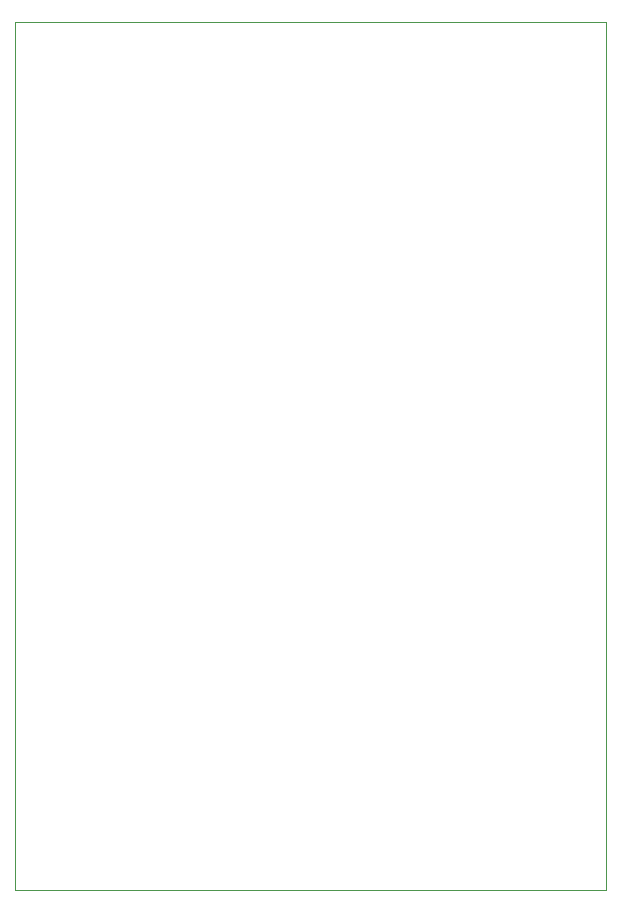
<source format=gbr>
%TF.GenerationSoftware,KiCad,Pcbnew,9.0.0*%
%TF.CreationDate,2025-03-19T22:59:48-05:00*%
%TF.ProjectId,opu_driver,6f70755f-6472-4697-9665-722e6b696361,rev?*%
%TF.SameCoordinates,Original*%
%TF.FileFunction,Profile,NP*%
%FSLAX46Y46*%
G04 Gerber Fmt 4.6, Leading zero omitted, Abs format (unit mm)*
G04 Created by KiCad (PCBNEW 9.0.0) date 2025-03-19 22:59:48*
%MOMM*%
%LPD*%
G01*
G04 APERTURE LIST*
%TA.AperFunction,Profile*%
%ADD10C,0.050000*%
%TD*%
G04 APERTURE END LIST*
D10*
X25400000Y-104286237D02*
X75400000Y-104286237D01*
X75400000Y-177800000D01*
X25400000Y-177800000D01*
X25400000Y-104286237D01*
M02*

</source>
